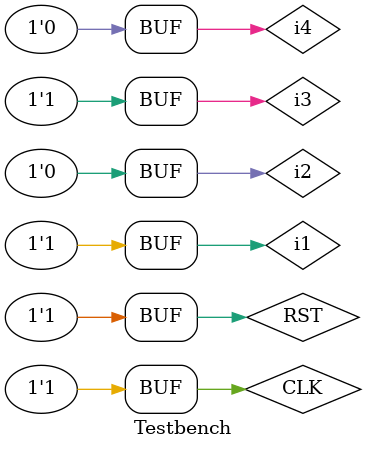
<source format=v>
module FSM(reset, clk, i3, i4, i1, i2, out);
	input reset, clk, i3, i4, i1, i2;
	output reg[16:0] out;
	parameter s1 = 0, s2 = 200, s3 = 700, s4 = 900, s5 = 1300, s6 = 1800, s7 = 2300, s8 = 2800, s9 = 3100, s10 = 3400, s11 = 3600, s12 = 3800, s13 = 4100;
	reg[16:0] state, nextState;
	reg[128:0] label;

	always @(*) begin
		if(reset) begin
			state <= s1;
		end
		else begin
			state <= nextState;
		end
	end

	always @(i3, i4, i1, i2, clk) begin
		case(state)
		s1 : begin
			out <= s1;
			label <= 1'bx;
			if(i3 == 1) nextState <= s2;
			else nextState <= s1;
		end
		s2 : begin
			out <= s2;
			label <= "start";
			if(i1 == 1 && i4 == 1) nextState <= s3;
			else nextState <= s1;
		end
		s3 : begin
			out <= s3;
			if(i3 == 0) nextState <= s4;
			else nextState <= s1;
		end
		s4 : begin
			out <= s4;
			label <= 1'bx;
			if(i1 == 0 && i3 == 1) nextState <= s5;
			else nextState <= s1;
		end
		s5 : begin
			out <= s5;
			if(i2 == 1 && i1 == 0 && i4 == 0) nextState <= s6;
			else nextState <= s1;
		end
		s6 : begin
			out <= s6;
			if(i1 == 1) nextState <= s7;
			else nextState <=s6;
		end
		s7 : begin
			out <= s7;
			if(i4 == 1) nextState <= s8;
			else nextState <= s1;
		end
		s8 : begin
			out <= s8;
			if(i4 == 0 && i3 == 0) nextState <= s9;
			else nextState <= s1;
		end
		s9 : begin
			out <= s9;
			if(i4 == 1 && i1 == 0) nextState <= s10;
			else nextState <= s1;
		end
		s10 : begin
			out <= s10;
			if(i2 == 0 && i3 == 1) nextState <= s11;
			else nextState <= s1;
		end
		s11 : begin
			out <= s11;
			if(i1 == 1 && i4 == 0) nextState <= s12;
			else nextState <= s1;
		end
		s12 : begin
			out <= s12;
			if(i3 == 0) nextState <= s13;
			else nextState <= s1;
		end
		s13 : begin
		end
		endcase
	end
endmodule

module Testbench;
	reg RST, CLK;
	reg i1, i2, i3, i4, t;
	wire[16:0] out;

	FSM f(RST, CLK, i3, i4, i1, i2, out);
	always begin
		CLK <= 0;
		#50;
		CLK <= 1;
		#50;
	end

	initial begin
		RST <= 1;
		i1 <= 0;
		i2 <= 0;
		i3 <= 0;
		i4 <= 0;
$display("phrase1");
		#50;
		RST <= 0;
		i3 <= 1;
		//state2
$display("phrase2");
		#50;
		i1 <= 1;
		i4 <= 1;
		//t <= ~t;
		//state3
$display("phrase3");		//wrong input path
		#50
		i2 <= 1;
		//state1
$display("phrase4");
		#50
		i3 <= 1;
		//state2
$display("phrase5");
		#50;
		i1 <= 1;
		i4 <= 1;
		//state3
$display("phrase6");
		#50
		i3 <= 0;
		//state4
$display("phrase7");
		#50
		i1 <= 0;
		i3 <= 1;
$display("phrase8");
		#50
		i1 <= 0;
		i2 <= 1;
		i4 <= 0;
		#50
		i3 <= 1;
		#50
		i2 <= 0;
		#50
		i1 <= 1; 
		#50
		RST <= 1;
	end
endmodule
	

</source>
